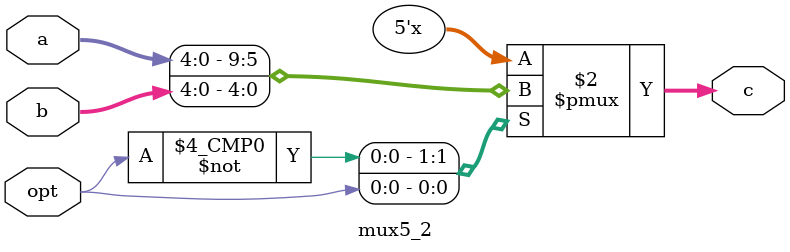
<source format=v>
`timescale 1ns / 1ps


module mux5_2(//de-select 5bits address
    input [4:0]a,
    input [4:0]b,
    input opt,
    output reg[4:0]c
    );
    always @(*)begin
    case (opt)
       1'b0:c<=a;
       1'b1:c<=b;
    endcase
    end
endmodule

</source>
